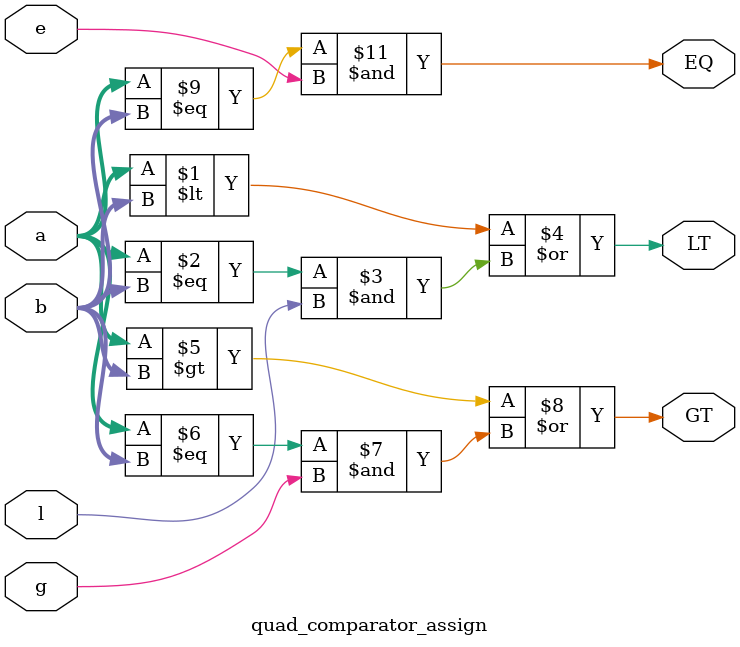
<source format=sv>
`timescale 1ns/1ns
module quad_comparator_assign(input [3:0] a,b,input e,l,g,output GT,LT,EQ);
	assign #(200,180) LT=(a<b)|((a==b)&l);
	assign #(220,212) GT=(a>b)|((a==b)&g);
	assign #(120,168) EQ=(a==b)&(e==1'b1);
endmodule


</source>
